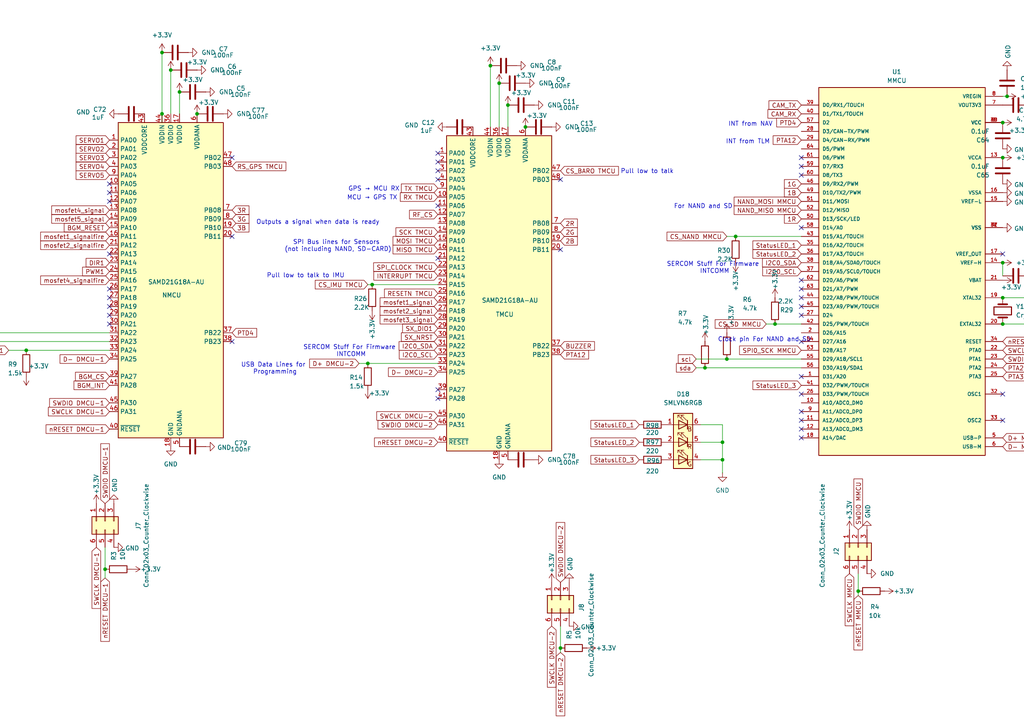
<source format=kicad_sch>
(kicad_sch (version 20250114) (generator "eeschema") (generator_version "9.0")
  (paper "A4")
  (text "SERCOM Stuff For Firmware \nINTCOMM" (at 207.264 77.724 0) (effects (font (size 1.27 1.27))))
  (text "For NAND and SD" (at 203.962 59.944 0) (effects (font (size 1.27 1.27))))
  (text "Pull low to talk to IMU" (at 88.646 80.01 0) (effects (font (size 1.27 1.27))))
  (text "INT from TLM" (at 216.916 41.148 0) (effects (font (size 1.27 1.27))))
  (text "Pull low to talk" (at 187.706 49.784 0) (effects (font (size 1.27 1.27))))
  (text "GPS → MCU RX" (at 108.458 54.864 0) (effects (font (size 1.27 1.27))))
  (text "Clock pin For NAND and SD" (at 221.742 98.552 0) (effects (font (size 1.27 1.27))))
  (text "SERCOM Stuff For Firmware \nINTCOMM" (at 101.854 101.854 0) (effects (font (size 1.27 1.27))))
  (text "MCU → GPS TX" (at 107.95 57.404 0) (effects (font (size 1.27 1.27))))
  (text "Outputs a signal when data is ready" (at 92.202 64.516 0) (effects (font (size 1.27 1.27))))
  (text "MOSI" (at -34.544 97.028 0) (effects (font (size 1.27 1.27))))
  (text "INT from NAV" (at 217.678 36.068 0) (effects (font (size 1.27 1.27))))
  (text "USB Data Lines for \nProgramming" (at 79.756 106.934 0) (effects (font (size 1.27 1.27))))
  (text "SPI Bus lines for Sensors \n(not including NAND, SD-CARD)" (at 98.044 71.374 0) (effects (font (size 1.27 1.27))))
  (text "MISO" (at -34.544 99.568 0) (effects (font (size 1.27 1.27))))
  (junction (at 383.54 118.11))
  (junction (at 162.56 187.96))
  (junction (at 106.68 105.41))
  (junction (at -15.24 96.52))
  (junction (at 7.62 101.6))
  (junction (at 209.55 128.27))
  (junction (at 46.99 15.24))
  (junction (at 224.79 93.98))
  (junction (at 57.15 33.02))
  (junction (at 292.1 27.94))
  (junction (at 290.83 45.72))
  (junction (at 49.53 20.32))
  (junction (at 210.82 104.14))
  (junction (at 290.83 35.56))
  (junction (at 204.47 106.68))
  (junction (at -15.24 99.06))
  (junction (at 144.78 24.13))
  (junction (at 107.95 82.55))
  (junction (at 30.48 165.1))
  (junction (at 147.32 30.48))
  (junction (at 52.07 26.67))
  (junction (at 290.83 76.2))
  (junction (at 290.83 86.36))
  (junction (at 209.55 133.35))
  (junction (at 248.92 171.45))
  (junction (at 290.83 93.98))
  (junction (at 152.4 36.83))
  (junction (at 213.36 68.58))
  (junction (at 142.24 19.05))
  (junction (at 46.99 33.02))
  (no_connect (at 232.41 91.44))
  (no_connect (at 127 59.69))
  (no_connect (at 351.79 69.85))
  (no_connect (at 31.75 55.88))
  (no_connect (at 31.75 86.36))
  (no_connect (at 67.31 45.72))
  (no_connect (at 232.41 45.72))
  (no_connect (at 351.79 67.31))
  (no_connect (at 31.75 93.98))
  (no_connect (at 232.41 114.3))
  (no_connect (at 232.41 127))
  (no_connect (at 232.41 109.22))
  (no_connect (at 127 113.03))
  (no_connect (at 232.41 83.82))
  (no_connect (at 232.41 48.26))
  (no_connect (at 232.41 121.92))
  (no_connect (at 162.56 72.39))
  (no_connect (at 232.41 81.28))
  (no_connect (at 31.75 91.44))
  (no_connect (at 31.75 88.9))
  (no_connect (at 232.41 119.38))
  (no_connect (at 127 115.57))
  (no_connect (at 31.75 58.42))
  (no_connect (at 290.83 114.3))
  (no_connect (at 127 52.07))
  (no_connect (at 127 46.99))
  (no_connect (at 232.41 124.46))
  (no_connect (at 351.79 72.39))
  (no_connect (at 417.83 72.39))
  (no_connect (at 162.56 52.07))
  (no_connect (at 232.41 88.9))
  (no_connect (at 232.41 50.8))
  (no_connect (at 290.83 121.92))
  (no_connect (at 417.83 74.93))
  (no_connect (at 127 74.93))
  (no_connect (at 31.75 53.34))
  (no_connect (at 351.79 77.47))
  (no_connect (at 127 49.53))
  (no_connect (at 351.79 64.77))
  (no_connect (at 127 44.45))
  (no_connect (at 67.31 68.58))
  (no_connect (at 67.31 99.06))
  (no_connect (at 31.75 83.82))
  (no_connect (at 232.41 99.06))
  (no_connect (at 31.75 73.66))
  (no_connect (at 232.41 66.04))
  (no_connect (at 232.41 86.36))
  (no_connect (at 290.83 73.66))
  (wire (pts (xy 201.93 104.14) (xy 210.82 104.14)))
  (wire (pts (xy 142.24 19.05) (xy 142.24 36.83)))
  (wire (pts (xy 147.32 30.48) (xy 147.32 36.83)))
  (wire (pts (xy 46.99 33.02) (xy 46.99 35.56)))
  (wire (pts (xy 248.92 166.37) (xy 248.92 171.45)))
  (wire (pts (xy 384.81 118.11) (xy 384.81 115.57)))
  (wire (pts (xy 292.1 27.94) (xy 290.83 27.94)))
  (wire (pts (xy 417.83 69.85) (xy 424.18 69.85)))
  (wire (pts (xy 106.68 105.41) (xy 127 105.41)))
  (wire (pts (xy 2.54 101.6) (xy 7.62 101.6)))
  (wire (pts (xy -15.24 96.52) (xy 31.75 96.52)))
  (wire (pts (xy 30.48 167.64) (xy 30.48 165.1)))
  (wire (pts (xy 209.55 128.27) (xy 209.55 123.19)))
  (wire (pts (xy -15.24 99.06) (xy 31.75 99.06)))
  (wire (pts (xy 297.18 93.98) (xy 290.83 93.98)))
  (wire (pts (xy -19.05 99.06) (xy -15.24 99.06)))
  (wire (pts (xy 106.68 82.55) (xy 107.95 82.55)))
  (wire (pts (xy 7.62 101.6) (xy 31.75 101.6)))
  (wire (pts (xy 290.83 76.2) (xy 290.83 80.01)))
  (wire (pts (xy 209.55 137.16) (xy 209.55 133.35)))
  (wire (pts (xy 49.53 20.32) (xy 49.53 33.02)))
  (wire (pts (xy 52.07 26.67) (xy 52.07 33.02)))
  (wire (pts (xy 144.78 24.13) (xy 144.78 36.83)))
  (wire (pts (xy -19.05 96.52) (xy -15.24 96.52)))
  (wire (pts (xy 204.47 106.68) (xy 232.41 106.68)))
  (wire (pts (xy 222.25 93.98) (xy 224.79 93.98)))
  (wire (pts (xy 203.2 128.27) (xy 209.55 128.27)))
  (wire (pts (xy 209.55 123.19) (xy 203.2 123.19)))
  (wire (pts (xy 382.27 115.57) (xy 382.27 118.11)))
  (wire (pts (xy 248.92 171.45) (xy 248.92 172.72)))
  (wire (pts (xy 209.55 133.35) (xy 209.55 128.27)))
  (wire (pts (xy 203.2 133.35) (xy 209.55 133.35)))
  (wire (pts (xy 213.36 68.58) (xy 232.41 68.58)))
  (wire (pts (xy 210.82 68.58) (xy 213.36 68.58)))
  (wire (pts (xy 30.48 158.75) (xy 30.48 165.1)))
  (wire (pts (xy 210.82 104.14) (xy 232.41 104.14)))
  (wire (pts (xy 224.79 93.98) (xy 232.41 93.98)))
  (wire (pts (xy 382.27 118.11) (xy 383.54 118.11)))
  (wire (pts (xy 201.93 106.68) (xy 204.47 106.68)))
  (wire (pts (xy 46.99 15.24) (xy 46.99 33.02)))
  (wire (pts (xy 297.18 86.36) (xy 290.83 86.36)))
  (wire (pts (xy 383.54 118.11) (xy 384.81 118.11)))
  (wire (pts (xy 162.56 181.61) (xy 162.56 187.96)))
  (wire (pts (xy 107.95 82.55) (xy 127 82.55)))
  (wire (pts (xy 104.14 105.41) (xy 106.68 105.41)))
  (wire (pts (xy 162.56 189.23) (xy 162.56 187.96)))
  (global_label "3G" (shape input) (at 67.31 63.5 0) (property "Intersheetrefs" "${INTERSHEET_REFS}" (effects (hide yes))))
  (global_label "NAND_MOSI MMCU" (shape input) (at 232.41 58.42 180) (property "Intersheetrefs" "${INTERSHEET_REFS}" (effects (hide yes))))
  (global_label "SWCLK DMCU-1" (shape input) (at 31.75 119.38 180) (property "Intersheetrefs" "${INTERSHEET_REFS}" (effects (hide yes))))
  (global_label "DIR1" (shape input) (at 31.75 76.2 180) (property "Intersheetrefs" "${INTERSHEET_REFS}" (effects (hide yes))))
  (global_label "SWCLK DMCU-2" (shape input) (at 127 120.65 180) (property "Intersheetrefs" "${INTERSHEET_REFS}" (effects (hide yes))))
  (global_label "nRESET MMCU" (shape input) (at 248.92 172.72 270) (property "Intersheetrefs" "${INTERSHEET_REFS}" (effects (hide yes))))
  (global_label "sda" (shape input) (at 201.93 106.68 180) (property "Intersheetrefs" "${INTERSHEET_REFS}" (effects (hide yes))))
  (global_label "mosfet2_signalfire" (shape input) (at 31.75 71.12 180) (property "Intersheetrefs" "${INTERSHEET_REFS}" (effects (hide yes))))
  (global_label "RESETN TMCU" (shape input) (at 127 85.09 180) (property "Intersheetrefs" "${INTERSHEET_REFS}" (effects (hide yes))))
  (global_label "SPI_CLOCK TMCU" (shape input) (at 127 77.47 180) (property "Intersheetrefs" "${INTERSHEET_REFS}" (effects (hide yes))))
  (global_label "SWCLK MMCU" (shape input) (at 290.83 101.6 0) (property "Intersheetrefs" "${INTERSHEET_REFS}" (effects (hide yes))))
  (global_label "mosfet2_signal" (shape input) (at 127 90.17 180) (property "Intersheetrefs" "${INTERSHEET_REFS}" (effects (hide yes))))
  (global_label "SWCLK DMCU-2" (shape input) (at 160.02 181.61 270) (property "Intersheetrefs" "${INTERSHEET_REFS}" (effects (hide yes))))
  (global_label "nRESET DMCU-2" (shape input) (at 162.56 189.23 270) (property "Intersheetrefs" "${INTERSHEET_REFS}" (effects (hide yes))))
  (global_label "StatusLED_2" (shape input) (at 185.42 128.27 180) (property "Intersheetrefs" "${INTERSHEET_REFS}" (effects (hide yes))))
  (global_label "StatusLED_1" (shape input) (at 185.42 123.19 180) (property "Intersheetrefs" "${INTERSHEET_REFS}" (effects (hide yes))))
  (global_label "PTD4" (shape input) (at 232.41 35.56 180) (property "Intersheetrefs" "${INTERSHEET_REFS}" (effects (hide yes))))
  (global_label "mosfet1_signal" (shape input) (at 127 87.63 180) (property "Intersheetrefs" "${INTERSHEET_REFS}" (effects (hide yes))))
  (global_label "BGM_INT" (shape input) (at 31.75 111.76 180) (property "Intersheetrefs" "${INTERSHEET_REFS}" (effects (hide yes))))
  (global_label "mosfet4_signal" (shape input) (at 31.75 60.96 180) (property "Intersheetrefs" "${INTERSHEET_REFS}" (effects (hide yes))))
  (global_label "D- DMCU-2" (shape input) (at 127 107.95 180) (property "Intersheetrefs" "${INTERSHEET_REFS}" (effects (hide yes))))
  (global_label "StatusLED_2" (shape input) (at 232.41 73.66 180) (property "Intersheetrefs" "${INTERSHEET_REFS}" (effects (hide yes))))
  (global_label "SWCLK MMCU" (shape input) (at 417.83 64.77 0) (property "Intersheetrefs" "${INTERSHEET_REFS}" (effects (hide yes))))
  (global_label "SERVO4" (shape input) (at 31.75 48.26 180) (property "Intersheetrefs" "${INTERSHEET_REFS}" (effects (hide yes))))
  (global_label "SWDIO DMCU-1" (shape input) (at 31.75 116.84 180) (property "Intersheetrefs" "${INTERSHEET_REFS}" (effects (hide yes))))
  (global_label "I2C0_SDA" (shape input) (at 127 100.33 180) (property "Intersheetrefs" "${INTERSHEET_REFS}" (effects (hide yes))))
  (global_label "BGM_RESET" (shape input) (at 31.75 66.04 180) (property "Intersheetrefs" "${INTERSHEET_REFS}" (effects (hide yes))))
  (global_label "PTA12" (shape input) (at 162.56 102.87 0) (property "Intersheetrefs" "${INTERSHEET_REFS}" (effects (hide yes))))
  (global_label "SWDIO DMCU-2" (shape input) (at 162.56 168.91 90) (property "Intersheetrefs" "${INTERSHEET_REFS}" (effects (hide yes))))
  (global_label "I2C0_SCL" (shape input) (at 127 102.87 180) (property "Intersheetrefs" "${INTERSHEET_REFS}" (effects (hide yes))))
  (global_label "SWCLK MMCU" (shape input) (at 246.38 166.37 270) (property "Intersheetrefs" "${INTERSHEET_REFS}" (effects (hide yes))))
  (global_label "nRESET DMCU-1" (shape input) (at 31.75 124.46 180) (property "Intersheetrefs" "${INTERSHEET_REFS}" (effects (hide yes))))
  (global_label "D- MMCU" (shape input) (at 290.83 129.54 0) (property "Intersheetrefs" "${INTERSHEET_REFS}" (effects (hide yes))))
  (global_label "CAM_RX" (shape input) (at 232.41 33.02 180) (property "Intersheetrefs" "${INTERSHEET_REFS}" (effects (hide yes))))
  (global_label "RS_GPS TMCU" (shape input) (at 67.31 48.26 0) (property "Intersheetrefs" "${INTERSHEET_REFS}" (effects (hide yes))))
  (global_label "D+ DMCU-1" (shape input) (at 2.54 101.6 180) (property "Intersheetrefs" "${INTERSHEET_REFS}" (effects (hide yes))))
  (global_label "2B" (shape input) (at 162.56 69.85 0) (property "Intersheetrefs" "${INTERSHEET_REFS}" (effects (hide yes))))
  (global_label "I2C0_SCL" (shape input) (at 232.41 78.74 180) (property "Intersheetrefs" "${INTERSHEET_REFS}" (effects (hide yes))))
  (global_label "mosfet1_signalfire" (shape input) (at 31.75 68.58 180) (property "Intersheetrefs" "${INTERSHEET_REFS}" (effects (hide yes))))
  (global_label "nRESET MMCU" (shape input) (at 417.83 77.47 0) (property "Intersheetrefs" "${INTERSHEET_REFS}" (effects (hide yes))))
  (global_label "PTA12" (shape input) (at 232.41 40.64 180) (property "Intersheetrefs" "${INTERSHEET_REFS}" (effects (hide yes))))
  (global_label "PTA3" (shape input) (at 290.83 109.22 0) (property "Intersheetrefs" "${INTERSHEET_REFS}" (effects (hide yes))))
  (global_label "1R" (shape input) (at 232.41 63.5 180) (property "Intersheetrefs" "${INTERSHEET_REFS}" (effects (hide yes))))
  (global_label "StatusLED_1" (shape input) (at 232.41 71.12 180) (property "Intersheetrefs" "${INTERSHEET_REFS}" (effects (hide yes))))
  (global_label "2R" (shape input) (at 162.56 64.77 0) (property "Intersheetrefs" "${INTERSHEET_REFS}" (effects (hide yes))))
  (global_label "SPI0_SCK MMCU" (shape input) (at 232.41 101.6 180) (property "Intersheetrefs" "${INTERSHEET_REFS}" (effects (hide yes))))
  (global_label "CS_NAND MMCU" (shape input) (at 210.82 68.58 180) (property "Intersheetrefs" "${INTERSHEET_REFS}" (effects (hide yes))))
  (global_label "RX TMCU" (shape input) (at 127 57.15 180) (property "Intersheetrefs" "${INTERSHEET_REFS}" (effects (hide yes))))
  (global_label "1B" (shape input) (at 232.41 55.88 180) (property "Intersheetrefs" "${INTERSHEET_REFS}" (effects (hide yes))))
  (global_label "CS_SD MMCU" (shape input) (at 222.25 93.98 180) (property "Intersheetrefs" "${INTERSHEET_REFS}" (effects (hide yes))))
  (global_label "StatusLED_3" (shape input) (at 232.41 111.76 180) (property "Intersheetrefs" "${INTERSHEET_REFS}" (effects (hide yes))))
  (global_label "mosfet3_signal" (shape input) (at 127 92.71 180) (property "Intersheetrefs" "${INTERSHEET_REFS}" (effects (hide yes))))
  (global_label "scl" (shape input) (at 201.93 104.14 180) (property "Intersheetrefs" "${INTERSHEET_REFS}" (effects (hide yes))))
  (global_label "mosfet4_signalfire" (shape input) (at 31.75 81.28 180) (property "Intersheetrefs" "${INTERSHEET_REFS}" (effects (hide yes))))
  (global_label "D+ DMCU-2" (shape input) (at 104.14 105.41 180) (property "Intersheetrefs" "${INTERSHEET_REFS}" (effects (hide yes))))
  (global_label "I2C0_SDA" (shape input) (at -19.05 96.52 180) (property "Intersheetrefs" "${INTERSHEET_REFS}" (effects (hide yes))))
  (global_label "SWDIO MMCU" (shape input) (at 290.83 104.14 0) (property "Intersheetrefs" "${INTERSHEET_REFS}" (effects (hide yes))))
  (global_label "1G" (shape input) (at 232.41 53.34 180) (property "Intersheetrefs" "${INTERSHEET_REFS}" (effects (hide yes))))
  (global_label "nRESET DMCU-1" (shape input) (at 30.48 167.64 270) (property "Intersheetrefs" "${INTERSHEET_REFS}" (effects (hide yes))))
  (global_label "SWDIO MMCU" (shape input) (at 351.79 80.01 180) (property "Intersheetrefs" "${INTERSHEET_REFS}" (effects (hide yes))))
  (global_label "nRESET DMCU-2" (shape input) (at 127 128.27 180) (property "Intersheetrefs" "${INTERSHEET_REFS}" (effects (hide yes))))
  (global_label "SERVO5" (shape input) (at 31.75 50.8 180) (property "Intersheetrefs" "${INTERSHEET_REFS}" (effects (hide yes))))
  (global_label "SX_NRST" (shape input) (at 127 97.79 180) (property "Intersheetrefs" "${INTERSHEET_REFS}" (effects (hide yes))))
  (global_label "SX_DIO1" (shape input) (at 127 95.25 180) (property "Intersheetrefs" "${INTERSHEET_REFS}" (effects (hide yes))))
  (global_label "RF_CS" (shape input) (at 127 62.23 180) (property "Intersheetrefs" "${INTERSHEET_REFS}" (effects (hide yes))))
  (global_label "SERVO3" (shape input) (at 31.75 45.72 180) (property "Intersheetrefs" "${INTERSHEET_REFS}" (effects (hide yes))))
  (global_label "PTA3" (shape input) (at 351.79 82.55 180) (property "Intersheetrefs" "${INTERSHEET_REFS}" (effects (hide yes))))
  (global_label "INTERRUPT TMCU" (shape input) (at 127 80.01 180) (property "Intersheetrefs" "${INTERSHEET_REFS}" (effects (hide yes))))
  (global_label "CS_BARO TMCU" (shape input) (at 162.56 49.53 0) (property "Intersheetrefs" "${INTERSHEET_REFS}" (effects (hide yes))))
  (global_label "SERVO2" (shape input) (at 31.75 43.18 180) (property "Intersheetrefs" "${INTERSHEET_REFS}" (effects (hide yes))))
  (global_label "StatusLED_3" (shape input) (at 185.42 133.35 180) (property "Intersheetrefs" "${INTERSHEET_REFS}" (effects (hide yes))))
  (global_label "SWDIO DMCU-1" (shape input) (at 30.48 146.05 90) (property "Intersheetrefs" "${INTERSHEET_REFS}" (effects (hide yes))))
  (global_label "SWCLK DMCU-1" (shape input) (at 27.94 158.75 270) (property "Intersheetrefs" "${INTERSHEET_REFS}" (effects (hide yes))))
  (global_label "PTA2" (shape input) (at 417.83 67.31 0) (property "Intersheetrefs" "${INTERSHEET_REFS}" (effects (hide yes))))
  (global_label "MOSI TMCU" (shape input) (at 127 69.85 180) (property "Intersheetrefs" "${INTERSHEET_REFS}" (effects (hide yes))))
  (global_label "CAM_TX" (shape input) (at 232.41 30.48 180) (property "Intersheetrefs" "${INTERSHEET_REFS}" (effects (hide yes))))
  (global_label "2G" (shape input) (at 162.56 67.31 0) (property "Intersheetrefs" "${INTERSHEET_REFS}" (effects (hide yes))))
  (global_label "SCK TMCU" (shape input) (at 127 67.31 180) (property "Intersheetrefs" "${INTERSHEET_REFS}" (effects (hide yes))))
  (global_label "TX TMCU" (shape input) (at 127 54.61 180) (property "Intersheetrefs" "${INTERSHEET_REFS}" (effects (hide yes))))
  (global_label "PTA2" (shape input) (at 290.83 106.68 0) (property "Intersheetrefs" "${INTERSHEET_REFS}" (effects (hide yes))))
  (global_label "MISO TMCU" (shape input) (at 127 72.39 180) (property "Intersheetrefs" "${INTERSHEET_REFS}" (effects (hide yes))))
  (global_label "BGM_CS" (shape input) (at 31.75 109.22 180) (property "Intersheetrefs" "${INTERSHEET_REFS}" (effects (hide yes))))
  (global_label "PWM1" (shape input) (at 31.75 78.74 180) (property "Intersheetrefs" "${INTERSHEET_REFS}" (effects (hide yes))))
  (global_label "BUZZER" (shape input) (at 162.56 100.33 0) (property "Intersheetrefs" "${INTERSHEET_REFS}" (effects (hide yes))))
  (global_label "SWDIO DMCU-2" (shape input) (at 127 123.19 180) (property "Intersheetrefs" "${INTERSHEET_REFS}" (effects (hide yes))))
  (global_label "SWDIO MMCU" (shape input) (at 248.92 153.67 90) (property "Intersheetrefs" "${INTERSHEET_REFS}" (effects (hide yes))))
  (global_label "I2C0_SDA" (shape input) (at 232.41 76.2 180) (property "Intersheetrefs" "${INTERSHEET_REFS}" (effects (hide yes))))
  (global_label "D- DMCU-1" (shape input) (at 31.75 104.14 180) (property "Intersheetrefs" "${INTERSHEET_REFS}" (effects (hide yes))))
  (global_label "3R" (shape input) (at 67.31 60.96 0) (property "Intersheetrefs" "${INTERSHEET_REFS}" (effects (hide yes))))
  (global_label "CS_IMU TMCU" (shape input) (at 106.68 82.55 180) (property "Intersheetrefs" "${INTERSHEET_REFS}" (effects (hide yes))))
  (global_label "I2C0_SCL" (shape input) (at -19.05 99.06 180) (property "Intersheetrefs" "${INTERSHEET_REFS}" (effects (hide yes))))
  (global_label "nRESET MMCU" (shape input) (at 351.79 74.93 180) (property "Intersheetrefs" "${INTERSHEET_REFS}" (effects (hide yes))))
  (global_label "SERVO1" (shape input) (at 31.75 40.64 180) (property "Intersheetrefs" "${INTERSHEET_REFS}" (effects (hide yes))))
  (global_label "D+ MMCU" (shape input) (at 290.83 127 0) (property "Intersheetrefs" "${INTERSHEET_REFS}" (effects (hide yes))))
  (global_label "NAND_MISO MMCU" (shape input) (at 232.41 60.96 180) (property "Intersheetrefs" "${INTERSHEET_REFS}" (effects (hide yes))))
  (global_label "nRESET MMCU" (shape input) (at 290.83 99.06 0) (property "Intersheetrefs" "${INTERSHEET_REFS}" (effects (hide yes))))
  (global_label "PTD4" (shape input) (at 67.31 96.52 0) (property "Intersheetrefs" "${INTERSHEET_REFS}" (effects (hide yes))))
  (global_label "mosfet5_signal" (shape input) (at 31.75 63.5 180) (property "Intersheetrefs" "${INTERSHEET_REFS}" (effects (hide yes))))
  (global_label "3B" (shape input) (at 67.31 66.04 0) (property "Intersheetrefs" "${INTERSHEET_REFS}" (effects (hide yes))))
  (symbol (lib_id "Device:R") (at -15.24 92.71 180) (unit 1)
    (property "Reference" "R13" (at -9.906 92.456 0) (effects (justify left)))
    (property "Value" "2.2k" (at -9.906 89.916 0) (effects (justify left)))
    (property "Footprint" "Resistor_SMD:R_0603_1608Metric" (effects (hide yes)))
    (property "Description" "Resistor" (effects (hide yes)))
  )
  (symbol (lib_id "power:+3.3V") (at 290.83 76.2 270) (unit 1)
    (property "Reference" "#PWR0192" (effects (hide yes)))
    (property "Value" "+3.3V" (at 294.64 76.1999 90) (effects (justify left)))
    (property "Description" "Power symbol creates a global label with name \"+3.3V\"" (effects (hide yes)))
  )
  (symbol (lib_id "power:GND") (at 59.69 26.67 90) (unit 1)
    (property "Reference" "#PWR053" (effects (hide yes)))
    (property "Value" "GND" (at 63.5 26.6701 90) (effects (justify right)))
    (property "Description" "Power symbol creates a global label with name \"GND\" , ground" (effects (hide yes)))
  )
  (symbol (lib_id "power:+3.3V") (at 57.15 33.02 0) (unit 1)
    (property "Reference" "#PWR052" (effects (hide yes)))
    (property "Value" "+3.3V" (at 60.452 29.718 0))
    (property "Description" "Power symbol creates a global label with name \"+3.3V\"" (effects (hide yes)))
  )
  (symbol (lib_id "power:+3.3V") (at 213.36 76.2 180) (unit 1)
    (property "Reference" "#PWR099" (effects (hide yes)))
    (property "Value" "+3.3V" (at 213.36 81.534 90))
    (property "Description" "Power symbol creates a global label with name \"+3.3V\"" (effects (hide yes)))
  )
  (symbol (lib_id "power:GND") (at 290.83 43.18 90) (unit 1)
    (property "Reference" "#PWR0183" (effects (hide yes)))
    (property "Value" "GND" (at 294.132 43.434 90) (effects (justify right)))
    (property "Description" "Power symbol creates a global label with name \"GND\" , ground" (effects (hide yes)))
  )
  (symbol (lib_id "Device:R") (at 34.29 165.1 90) (unit 1)
    (property "Reference" "R3" (at 33.0199 162.56 0) (effects (justify left)))
    (property "Value" "10k" (at 35.5599 162.56 0) (effects (justify left)))
    (property "Footprint" "Resistor_SMD:R_0603_1608Metric" (effects (hide yes)))
    (property "Description" "Resistor" (effects (hide yes)))
  )
  (symbol (lib_id "power:+3.3V") (at 290.83 45.72 270) (unit 1)
    (property "Reference" "#PWR0185" (effects (hide yes)))
    (property "Value" "+3.3V" (at 294.64 45.7199 90) (effects (justify left)))
    (property "Description" "Power symbol creates a global label with name \"+3.3V\"" (effects (hide yes)))
  )
  (symbol (lib_id "Device:R") (at 189.23 128.27 90) (unit 1)
    (property "Reference" "R97" (at 189.23 128.27 90))
    (property "Value" "220" (at 189.23 130.81 90))
    (property "Footprint" "Resistor_SMD:R_0603_1608Metric" (effects (hide yes)))
    (property "Description" "Resistor" (effects (hide yes)))
  )
  (symbol (lib_id "power:+3.3V") (at 46.99 15.24 0) (unit 1)
    (property "Reference" "#PWR057" (effects (hide yes)))
    (property "Value" "+3.3V" (at 46.99 10.16 0))
    (property "Description" "Power symbol creates a global label with name \"+3.3V\"" (effects (hide yes)))
  )
  (symbol (lib_id "power:+3.3V") (at 152.4 36.83 0) (unit 1)
    (property "Reference" "#PWR087" (effects (hide yes)))
    (property "Value" "+3.3V" (at 155.702 33.528 0))
    (property "Description" "Power symbol creates a global label with name \"+3.3V\"" (effects (hide yes)))
  )
  (symbol (lib_id "power:GND") (at 251.46 166.37 90) (unit 1)
    (property "Reference" "#PWR016" (effects (hide yes)))
    (property "Value" "GND" (at 255.27 166.3699 90) (effects (justify right)))
    (property "Description" "Power symbol creates a global label with name \"GND\" , ground" (effects (hide yes)))
  )
  (symbol (lib_id "power:+3.3V") (at 27.94 146.05 0) (mirror y) (unit 1)
    (property "Reference" "#PWR0210" (effects (hide yes)))
    (property "Value" "+3.3V" (at 27.94 140.462 90))
    (property "Description" "Power symbol creates a global label with name \"+3.3V\"" (effects (hide yes)))
  )
  (symbol (lib_id "Device:C") (at 151.13 30.48 270) (unit 1)
    (property "Reference" "C11" (at 165.1 29.464 90))
    (property "Value" "100nF" (at 165.1 31.242 90))
    (property "Footprint" "Capacitor_SMD:C_0603_1608Metric" (effects (hide yes)))
    (property "Description" "Unpolarized capacitor" (effects (hide yes)))
  )
  (symbol (lib_id "Connector_Generic:Conn_02x03_Counter_Clockwise") (at 162.56 173.99 90) (mirror x) (unit 1)
    (property "Reference" "J8" (at 168.656 175.006 0) (effects (justify left)))
    (property "Value" "Conn_02x03_Counter_Clockwise" (at 171.45 166.116 0) (effects (justify left)))
    (property "Footprint" "Connector_PinHeader_2.54mm:PinHeader_2x03_P2.54mm_Vertical" (effects (hide yes)))
    (property "Description" "Generic connector, double row, 02x03, counter clockwise pin numbering scheme (similar to DIP package numbering), script generated (kicad-library-utils/schlib/autogen/connector/)" (effects (hide yes)))
  )
  (symbol (lib_id "power:+3.3V") (at 160.02 168.91 0) (mirror y) (unit 1)
    (property "Reference" "#PWR0211" (effects (hide yes)))
    (property "Value" "+3.3V" (at 160.02 163.322 90))
    (property "Description" "Power symbol creates a global label with name \"+3.3V\"" (effects (hide yes)))
  )
  (symbol (lib_id "power:+3.3V") (at 107.95 90.17 180) (unit 1)
    (property "Reference" "#PWR095" (effects (hide yes)))
    (property "Value" "+3.3V" (at 107.95 95.504 90))
    (property "Description" "Power symbol creates a global label with name \"+3.3V\"" (effects (hide yes)))
  )
  (symbol (lib_id "Device:R") (at 166.37 187.96 90) (unit 1)
    (property "Reference" "R5" (at 165.0999 185.42 0) (effects (justify left)))
    (property "Value" "10k" (at 167.6399 185.42 0) (effects (justify left)))
    (property "Footprint" "Resistor_SMD:R_0603_1608Metric" (effects (hide yes)))
    (property "Description" "Resistor" (effects (hide yes)))
  )
  (symbol (lib_id "Device:C") (at 290.83 49.53 0) (unit 1)
    (property "Reference" "C65" (at 287.02 50.8001 0) (effects (justify right)))
    (property "Value" "0.1uF" (at 287.02 48.2601 0) (effects (justify right)))
    (property "Footprint" "Capacitor_SMD:C_0603_1608Metric" (effects (hide yes)))
    (property "Description" "Unpolarized capacitor" (effects (hide yes)))
  )
  (symbol (lib_id "power:GND") (at 209.55 137.16 0) (unit 1)
    (property "Reference" "#PWR0131" (effects (hide yes)))
    (property "Value" "GND" (at 209.55 142.24 0))
    (property "Description" "Power symbol creates a global label with name \"GND\" , ground" (effects (hide yes)))
  )
  (symbol (lib_id "power:GND") (at 165.1 181.61 90) (unit 1)
    (property "Reference" "#PWR024" (effects (hide yes)))
    (property "Value" "GND" (at 168.402 181.864 90) (effects (justify right)))
    (property "Description" "Power symbol creates a global label with name \"GND\" , ground" (effects (hide yes)))
  )
  (symbol (lib_id "power:GND") (at 129.54 36.83 270) (unit 1)
    (property "Reference" "#PWR086" (effects (hide yes)))
    (property "Value" "GND" (at 121.412 36.322 90) (effects (justify right)))
    (property "Description" "Power symbol creates a global label with name \"GND\" , ground" (effects (hide yes)))
  )
  (symbol (lib_id "MK20DX256VLH7:MK20DX256VLH7") (at 260.35 81.28 0) (unit 1)
    (property "Reference" "U1" (at 260.096 20.828 0))
    (property "Value" "MMCU" (at 260.096 23.368 0))
    (property "Footprint" "MK20DX256VLH7:QFP50P1200X1200X160-64N" (effects (hide yes)))
    (property "MF" "NXP USA" (effects (hide yes)))
    (property "Description_1" "ARM® Cortex®-M4 Kinetis K20 Microcontroller IC 32-Bit Single-Core 72MHz 256KB (256K x 8) FLASH 64-LQFP (10x10)" (effects (hide yes)))
    (property "Package" "LQFP-64 Freescale Semiconductor" (effects (hide yes)))
    (property "Price" "None" (effects (hide yes)))
    (property "SnapEDA_Link" "https://www.snapeda.com/parts/MK20DX256VLH7/NXP+Semiconductors/view-part/?ref=snap" (effects (hide yes)))
    (property "MP" "MK20DX256VLH7" (effects (hide yes)))
    (property "Availability" "In Stock" (effects (hide yes)))
    (property "Check_prices" "https://www.snapeda.com/parts/MK20DX256VLH7/NXP+Semiconductors/view-part/?ref=eda" (effects (hide yes)))
    (property "Sim.Library" ".\\" (effects (hide yes)))
  )
  (symbol (lib_id "power:+3.3V") (at 106.68 113.03 180) (unit 1)
    (property "Reference" "#PWR051" (effects (hide yes)))
    (property "Value" "+3.3V" (at 109.982 114.046 0))
    (property "Description" "Power symbol creates a global label with name \"+3.3V\"" (effects (hide yes)))
  )
  (symbol (lib_id "Device:C") (at 133.35 36.83 90) (unit 1)
    (property "Reference" "C12" (at 124.206 35.56 90))
    (property "Value" "1uF" (at 123.698 37.846 90))
    (property "Footprint" "Capacitor_SMD:C_0603_1608Metric" (effects (hide yes)))
    (property "Description" "Unpolarized capacitor" (effects (hide yes)))
  )
  (symbol (lib_id "power:GND") (at 251.46 153.67 180) (unit 1)
    (property "Reference" "#PWR010" (effects (hide yes)))
    (property "Value" "GND" (at 251.714 150.368 90) (effects (justify right)))
    (property "Description" "Power symbol creates a global label with name \"GND\" , ground" (effects (hide yes)))
  )
  (symbol (lib_id "Device:Crystal") (at 290.83 90.17 90) (unit 1)
    (property "Reference" "Y1" (at 294.64 88.8999 90) (effects (justify right)))
    (property "Value" "Crystal" (at 294.64 91.4399 90) (effects (justify right)))
    (property "Footprint" "Crystal:Crystal_AT310_D3.0mm_L10.0mm_Vertical" (effects (hide yes)))
    (property "Description" "Two pin crystal" (effects (hide yes)))
  )
  (symbol (lib_id "Device:C") (at 55.88 129.54 270) (unit 1)
    (property "Reference" "C79" (at 69.85 128.524 90))
    (property "Value" "100nF" (at 69.85 130.302 90))
    (property "Footprint" "Capacitor_SMD:C_0603_1608Metric" (effects (hide yes)))
    (property "Description" "Unpolarized capacitor" (effects (hide yes)))
  )
  (symbol (lib_id "Device:C") (at 148.59 24.13 270) (unit 1)
    (property "Reference" "C9" (at 162.56 23.114 90))
    (property "Value" "100nF" (at 162.56 24.892 90))
    (property "Footprint" "Capacitor_SMD:C_0603_1608Metric" (effects (hide yes)))
    (property "Description" "Unpolarized capacitor" (effects (hide yes)))
  )
  (symbol (lib_id "power:GND") (at 304.8 93.98 90) (unit 1)
    (property "Reference" "#PWR055" (effects (hide yes)))
    (property "Value" "GND" (at 308.102 94.234 90) (effects (justify right)))
    (property "Description" "Power symbol creates a global label with name \"GND\" , ground" (effects (hide yes)))
  )
  (symbol (lib_id "power:GND") (at 304.8 86.36 90) (unit 1)
    (property "Reference" "#PWR045" (effects (hide yes)))
    (property "Value" "GND" (at 308.102 86.614 90) (effects (justify right)))
    (property "Description" "Power symbol creates a global label with name \"GND\" , ground" (effects (hide yes)))
  )
  (symbol (lib_id "Device:C") (at 55.88 26.67 270) (unit 1)
    (property "Reference" "C5" (at 69.85 25.654 90))
    (property "Value" "100nF" (at 69.85 27.432 90))
    (property "Footprint" "Capacitor_SMD:C_0603_1608Metric" (effects (hide yes)))
    (property "Description" "Unpolarized capacitor" (effects (hide yes)))
  )
  (symbol (lib_id "power:+3.3V") (at 290.83 35.56 270) (unit 1)
    (property "Reference" "#PWR0184" (effects (hide yes)))
    (property "Value" "+3.3V" (at 292.608 37.846 90) (effects (justify left)))
    (property "Description" "Power symbol creates a global label with name \"+3.3V\"" (effects (hide yes)))
  )
  (symbol (lib_id "power:GND") (at 290.83 55.88 90) (unit 1)
    (property "Reference" "#PWR0188" (effects (hide yes)))
    (property "Value" "GND" (at 294.132 56.134 90) (effects (justify right)))
    (property "Description" "Power symbol creates a global label with name \"GND\" , ground" (effects (hide yes)))
  )
  (symbol (lib_id "Connector_Generic:Conn_02x03_Counter_Clockwise") (at 30.48 151.13 90) (mirror x) (unit 1)
    (property "Reference" "J7" (at 40.132 151.384 0) (effects (justify left)))
    (property "Value" "Conn_02x03_Counter_Clockwise" (at 42.418 140.208 0) (effects (justify left)))
    (property "Footprint" "Connector_PinHeader_2.54mm:PinHeader_2x03_P2.54mm_Vertical" (effects (hide yes)))
    (property "Description" "Generic connector, double row, 02x03, counter clockwise pin numbering scheme (similar to DIP package numbering), script generated (kicad-library-utils/schlib/autogen/connector/)" (effects (hide yes)))
  )
  (symbol (lib_id "power:GND") (at 160.02 36.83 90) (unit 1)
    (property "Reference" "#PWR094" (effects (hide yes)))
    (property "Value" "GND" (at 163.83 36.8301 90) (effects (justify right)))
    (property "Description" "Power symbol creates a global label with name \"GND\" , ground" (effects (hide yes)))
  )
  (symbol (lib_id "power:GND") (at 57.15 20.32 90) (unit 1)
    (property "Reference" "#PWR056" (effects (hide yes)))
    (property "Value" "GND" (at 60.96 20.3201 90) (effects (justify right)))
    (property "Description" "Power symbol creates a global label with name \"GND\" , ground" (effects (hide yes)))
  )
  (symbol (lib_id "Connector_Generic:Conn_02x03_Counter_Clockwise") (at 248.92 158.75 90) (mirror x) (unit 1)
    (property "Reference" "J2" (at 242.57 158.7499 0) (effects (justify left)))
    (property "Value" "Conn_02x03_Counter_Clockwise" (at 238.506 140.208 0) (effects (justify left)))
    (property "Footprint" "Connector_PinHeader_2.54mm:PinHeader_2x03_P2.54mm_Vertical" (effects (hide yes)))
    (property "Description" "Generic connector, double row, 02x03, counter clockwise pin numbering scheme (similar to DIP package numbering), script generated (kicad-library-utils/schlib/autogen/connector/)" (effects (hide yes)))
  )
  (symbol (lib_id "power:GND") (at 429.26 73.66 0) (unit 1)
    (property "Reference" "#PWR032" (effects (hide yes)))
    (property "Value" "GND" (at 425.958 75.184 0))
    (property "Description" "Power symbol creates a global label with name \"GND\" , ground" (effects (hide yes)))
  )
  (symbol (lib_id "power:GND") (at 33.02 158.75 90) (unit 1)
    (property "Reference" "#PWR025" (effects (hide yes)))
    (property "Value" "GND" (at 36.322 159.004 90) (effects (justify right)))
    (property "Description" "Power symbol creates a global label with name \"GND\" , ground" (effects (hide yes)))
  )
  (symbol (lib_id "power:+3.3V") (at 246.38 153.67 0) (mirror y) (unit 1)
    (property "Reference" "#PWR0209" (effects (hide yes)))
    (property "Value" "+3.3V" (at 246.38 148.082 90))
    (property "Description" "Power symbol creates a global label with name \"+3.3V\"" (effects (hide yes)))
  )
  (symbol (lib_id "MCU_Microchip_SAMD:ATSAMD21G18A-A") (at 144.78 85.09 0) (unit 1)
    (property "Reference" "SAMD21G18A-AU" (at 139.7 87.122 0) (effects (justify left)))
    (property "Value" "TMCU" (at 143.764 91.186 0) (effects (justify left)))
    (property "Footprint" "Package_QFP:TQFP-48_7x7mm_P0.5mm" (effects (hide yes)))
    (property "Datasheet" "http://ww1.microchip.com/downloads/en/DeviceDoc/SAM_D21_DA1_Family_Data%20Sheet_DS40001882E.pdf" (effects (hide yes)))
    (property "Description" "SAM D21 Microchip SMART ARM-based Flash MCU, 48Mhz, 256K Flash, 32K SRAM, TQFP-48" (effects (hide yes)))
  )
  (symbol (lib_id "power:GND") (at 149.86 19.05 90) (unit 1)
    (property "Reference" "#PWR059" (effects (hide yes)))
    (property "Value" "GND" (at 153.67 19.0501 90) (effects (justify right)))
    (property "Description" "Power symbol creates a global label with name \"GND\" , ground" (effects (hide yes)))
  )
  (symbol (lib_id "power:+3.3V") (at 290.83 81.28 270) (unit 1)
    (property "Reference" "#PWR0193" (effects (hide yes)))
    (property "Value" "+3.3V" (at 290.322 83.312 90) (effects (justify left)))
    (property "Description" "Power symbol creates a global label with name \"+3.3V\"" (effects (hide yes)))
  )
  (symbol (lib_id "power:+3.3V") (at -15.24 106.68 180) (unit 1)
    (property "Reference" "#PWR049" (effects (hide yes)))
    (property "Value" "+3.3V" (at -15.24 112.014 90))
    (property "Description" "Power symbol creates a global label with name \"+3.3V\"" (effects (hide yes)))
  )
  (symbol (lib_id "power:GND") (at 290.83 53.34 90) (unit 1)
    (property "Reference" "#PWR0186" (effects (hide yes)))
    (property "Value" "GND" (at 294.132 53.594 90) (effects (justify right)))
    (property "Description" "Power symbol creates a global label with name \"GND\" , ground" (effects (hide yes)))
  )
  (symbol (lib_id "Device:R") (at -15.24 102.87 0) (unit 1)
    (property "Reference" "R10" (at -20.574 103.124 0) (effects (justify left)))
    (property "Value" "2.2k" (at -20.574 105.664 0) (effects (justify left)))
    (property "Footprint" "Resistor_SMD:R_0603_1608Metric" (effects (hide yes)))
    (property "Description" "Resistor" (effects (hide yes)))
  )
  (symbol (lib_id "Device:R") (at 107.95 86.36 0) (unit 1)
    (property "Reference" "R26" (at 102.616 86.614 0) (effects (justify left)))
    (property "Value" "2.2K" (at 102.616 89.154 0) (effects (justify left)))
    (property "Footprint" "Resistor_SMD:R_0603_1608Metric" (effects (hide yes)))
    (property "Description" "Resistor" (effects (hide yes)))
  )
  (symbol (lib_id "power:GND") (at 34.29 33.02 270) (unit 1)
    (property "Reference" "#PWR0199" (effects (hide yes)))
    (property "Value" "GND" (at 26.162 32.512 90) (effects (justify right)))
    (property "Description" "Power symbol creates a global label with name \"GND\" , ground" (effects (hide yes)))
  )
  (symbol (lib_id "Device:C") (at 38.1 33.02 90) (unit 1)
    (property "Reference" "C72" (at 28.956 31.75 90))
    (property "Value" "1uF" (at 28.448 34.036 90))
    (property "Footprint" "Capacitor_SMD:C_0603_1608Metric" (effects (hide yes)))
    (property "Description" "Unpolarized capacitor" (effects (hide yes)))
  )
  (symbol (lib_id "power:+3.3V") (at 224.79 86.36 0) (unit 1)
    (property "Reference" "#PWR098" (effects (hide yes)))
    (property "Value" "+3.3V" (at 224.79 81.026 90))
    (property "Description" "Power symbol creates a global label with name \"+3.3V\"" (effects (hide yes)))
  )
  (symbol (lib_id "Device:R") (at 213.36 72.39 0) (unit 1)
    (property "Reference" "R30" (at 208.026 72.644 0) (effects (justify left)))
    (property "Value" "2.2K" (at 208.026 75.184 0) (effects (justify left)))
    (property "Footprint" "Resistor_SMD:R_0603_1608Metric" (effects (hide yes)))
    (property "Description" "Resistor" (effects (hide yes)))
  )
  (symbol (lib_id "Device:C") (at 292.1 24.13 180) (unit 1)
    (property "Reference" "C63" (at 295.91 22.8599 0) (effects (justify right)))
    (property "Value" "1uF" (at 295.91 25.3999 0) (effects (justify right)))
    (property "Footprint" "Capacitor_SMD:C_0603_1608Metric" (effects (hide yes)))
    (property "Description" "Unpolarized capacitor" (effects (hide yes)))
  )
  (symbol (lib_id "Device:C") (at 53.34 20.32 270) (unit 1)
    (property "Reference" "C6" (at 67.31 19.304 90))
    (property "Value" "100nF" (at 67.31 21.082 90))
    (property "Footprint" "Capacitor_SMD:C_0603_1608Metric" (effects (hide yes)))
    (property "Description" "Unpolarized capacitor" (effects (hide yes)))
  )
  (symbol (lib_id "MCU_Microchip_SAMD:ATSAMD21G18A-A") (at 49.53 81.28 0) (unit 1)
    (property "Reference" "SAMD21G18A-AU" (at 42.926 81.788 0) (effects (justify left)))
    (property "Value" "NMCU" (at 46.99 85.598 0) (effects (justify left)))
    (property "Footprint" "Package_QFP:TQFP-48_7x7mm_P0.5mm" (effects (hide yes)))
    (property "Datasheet" "http://ww1.microchip.com/downloads/en/DeviceDoc/SAM_D21_DA1_Family_Data%20Sheet_DS40001882E.pdf" (effects (hide yes)))
    (property "Description" "SAM D21 Microchip SMART ARM-based Flash MCU, 48Mhz, 256K Flash, 32K SRAM, TQFP-48" (effects (hide yes)))
  )
  (symbol (lib_id "power:GND") (at 152.4 24.13 90) (unit 1)
    (property "Reference" "#PWR075" (effects (hide yes)))
    (property "Value" "GND" (at 156.21 24.1301 90) (effects (justify right)))
    (property "Description" "Power symbol creates a global label with name \"GND\" , ground" (effects (hide yes)))
  )
  (symbol (lib_id "power:GND") (at 154.94 133.35 90) (unit 1)
    (property "Reference" "#PWR0219" (effects (hide yes)))
    (property "Value" "GND" (at 158.75 133.3501 90) (effects (justify right)))
    (property "Description" "Power symbol creates a global label with name \"GND\" , ground" (effects (hide yes)))
  )
  (symbol (lib_id "Device:R") (at 106.68 109.22 0) (unit 1)
    (property "Reference" "R14" (at 101.346 109.474 0) (effects (justify left)))
    (property "Value" "1.5k" (at 101.346 112.014 0) (effects (justify left)))
    (property "Footprint" "Resistor_SMD:R_0603_1608Metric" (effects (hide yes)))
    (property "Description" "Resistor" (effects (hide yes)))
  )
  (symbol (lib_id "Device:C") (at 300.99 86.36 90) (unit 1)
    (property "Reference" "C10" (at 309.372 88.646 90))
    (property "Value" "12pF" (at 309.372 91.186 90))
    (property "Footprint" "Capacitor_SMD:C_0603_1608Metric" (effects (hide yes)))
    (property "Description" "Unpolarized capacitor" (effects (hide yes)))
  )
  (symbol (lib_id "power:+3.3V") (at 384.81 44.45 0) (unit 1)
    (property "Reference" "#PWR030" (effects (hide yes)))
    (property "Value" "+3.3V" (at 384.81 39.37 0))
    (property "Description" "Power symbol creates a global label with name \"+3.3V\"" (effects (hide yes)))
  )
  (symbol (lib_id "Device:R") (at 252.73 171.45 90) (unit 1)
    (property "Reference" "R4" (at 253.746 176.022 90))
    (property "Value" "10k" (at 253.746 178.562 90))
    (property "Footprint" "Resistor_SMD:R_0603_1608Metric" (effects (hide yes)))
    (property "Description" "Resistor" (effects (hide yes)))
  )
  (symbol (lib_id "power:GND") (at 292.1 20.32 180) (unit 1)
    (property "Reference" "#PWR0173" (effects (hide yes)))
    (property "Value" "GND" (at 292.354 17.018 90) (effects (justify right)))
    (property "Description" "Power symbol creates a global label with name \"GND\" , ground" (effects (hide yes)))
  )
  (symbol (lib_id "power:+3.3V") (at 38.1 165.1 270) (mirror x) (unit 1)
    (property "Reference" "#PWR0214" (effects (hide yes)))
    (property "Value" "+3.3V" (at 43.688 165.1 90))
    (property "Description" "Power symbol creates a global label with name \"+3.3V\"" (effects (hide yes)))
  )
  (symbol (lib_id "power:GND") (at 383.54 118.11 0) (unit 1)
    (property "Reference" "#PWR029" (effects (hide yes)))
    (property "Value" "GND" (at 383.286 121.412 90) (effects (justify right)))
    (property "Description" "Power symbol creates a global label with name \"GND\" , ground" (effects (hide yes)))
  )
  (symbol (lib_id "power:+3.3V") (at 49.53 20.32 0) (unit 1)
    (property "Reference" "#PWR054" (effects (hide yes)))
    (property "Value" "+3.3V" (at 57.15 18.034 0))
    (property "Description" "Power symbol creates a global label with name \"+3.3V\"" (effects (hide yes)))
  )
  (symbol (lib_id "Device:C") (at 156.21 36.83 270) (unit 1)
    (property "Reference" "C13" (at 170.18 35.814 90))
    (property "Value" "100nF" (at 170.18 37.592 90))
    (property "Footprint" "Capacitor_SMD:C_0603_1608Metric" (effects (hide yes)))
    (property "Description" "Unpolarized capacitor" (effects (hide yes)))
  )
  (symbol (lib_id "power:+3.3V") (at 204.47 99.06 0) (unit 1)
    (property "Reference" "#PWR026" (effects (hide yes)))
    (property "Value" "+3.3V" (at 204.724 94.234 90))
    (property "Description" "Power symbol creates a global label with name \"+3.3V\"" (effects (hide yes)))
  )
  (symbol (lib_id "Device:C") (at 294.64 80.01 90) (unit 1)
    (property "Reference" "C66" (at 309.372 79.502 90) (effects (justify right)))
    (property "Value" "0.1uF" (at 308.61 81.026 90) (effects (justify right)))
    (property "Footprint" "Capacitor_SMD:C_0603_1608Metric" (effects (hide yes)))
    (property "Description" "Unpolarized capacitor" (effects (hide yes)))
  )
  (symbol (lib_id "Device:C") (at 294.64 30.48 90) (unit 1)
    (property "Reference" "C67" (at 297.434 32.004 90))
    (property "Value" "4.7uF" (at 297.434 34.544 90))
    (property "Footprint" "Capacitor_SMD:C_0603_1608Metric" (effects (hide yes)))
    (property "Description" "Unpolarized capacitor" (effects (hide yes)))
  )
  (symbol (lib_id "Device:C") (at 60.96 33.02 270) (unit 1)
    (property "Reference" "C77" (at 74.93 32.004 90))
    (property "Value" "100nF" (at 74.93 33.782 90))
    (property "Footprint" "Capacitor_SMD:C_0603_1608Metric" (effects (hide yes)))
    (property "Description" "Unpolarized capacitor" (effects (hide yes)))
  )
  (symbol (lib_id "MCU_NXP_Kinetis:MKL02Z32VFG4") (at 384.81 80.01 0) (unit 1)
    (property "Reference" "U2" (at 386.9533 44.45 0) (effects (justify left)))
    (property "Value" "MKL02Z32VFG4" (at 386.9533 46.99 0) (effects (justify left)))
    (property "Footprint" "Package_DFN_QFN:QFN-16-1EP_3x3mm_P0.5mm_EP1.9x1.9mm" (effects (hide yes)))
    (property "Datasheet" "http://www.nxp.com/docs/en/data-sheet/KL02P32M48SF0.pdf" (effects (hide yes)))
    (property "Description" "Kinetis KL02 series, 48-MHz/32-bit ARM Cortex-M0+, 32 kB flash, 4 kB SRAM, QFN-16" (effects (hide yes)))
  )
  (symbol (lib_id "power:GND") (at 434.34 69.85 90) (unit 1)
    (property "Reference" "#PWR031" (effects (hide yes)))
    (property "Value" "GND" (at 438.15 69.8499 90) (effects (justify right)))
    (property "Description" "Power symbol creates a global label with name \"GND\" , ground" (effects (hide yes)))
  )
  (symbol (lib_id "Device:R") (at 189.23 133.35 90) (unit 1)
    (property "Reference" "R96" (at 189.484 133.604 90))
    (property "Value" "220" (at 189.23 136.652 90))
    (property "Footprint" "Resistor_SMD:R_0603_1608Metric" (effects (hide yes)))
    (property "Description" "Resistor" (effects (hide yes)))
  )
  (symbol (lib_id "Device:C") (at 50.8 15.24 270) (unit 1)
    (property "Reference" "C7" (at 64.77 14.224 90))
    (property "Value" "100nF" (at 64.77 16.002 90))
    (property "Footprint" "Capacitor_SMD:C_0603_1608Metric" (effects (hide yes)))
    (property "Description" "Unpolarized capacitor" (effects (hide yes)))
  )
  (symbol (lib_id "power:+3.3V") (at 256.54 171.45 270) (mirror x) (unit 1)
    (property "Reference" "#PWR0213" (effects (hide yes)))
    (property "Value" "+3.3V" (at 262.128 171.45 90))
    (property "Description" "Power symbol creates a global label with name \"+3.3V\"" (effects (hide yes)))
  )
  (symbol (lib_id "Switch:CK_KMS2xxG") (at 429.26 69.85 0) (unit 1)
    (property "Reference" "SW1" (at 436.88 74.93 0))
    (property "Value" "CK_KMS2xxG" (at 436.88 72.39 0))
    (property "Footprint" "Button_Switch_SMD:SW_SPST_CK_KMS2xxGP" (effects (hide yes)))
    (property "Datasheet" "https://www.ckswitches.com/media/1482/kms.pdf" (effects (hide yes)))
    (property "Description" "Microminiature SMT Side Actuated, 4.2 x 2.8 x 1.42mm, without pegs, with shield pin" (effects (hide yes)))
  )
  (symbol (lib_id "Device:C") (at 151.13 133.35 270) (unit 1)
    (property "Reference" "C78" (at 165.1 132.334 90))
    (property "Value" "100nF" (at 165.1 134.112 90))
    (property "Footprint" "Capacitor_SMD:C_0603_1608Metric" (effects (hide yes)))
    (property "Description" "Unpolarized capacitor" (effects (hide yes)))
  )
  (symbol (lib_id "power:GND") (at 154.94 30.48 90) (unit 1)
    (property "Reference" "#PWR079" (effects (hide yes)))
    (property "Value" "GND" (at 158.75 30.4801 90) (effects (justify right)))
    (property "Description" "Power symbol creates a global label with name \"GND\" , ground" (effects (hide yes)))
  )
  (symbol (lib_id "power:+3.3V") (at -15.24 88.9 0) (unit 1)
    (property "Reference" "#PWR050" (effects (hide yes)))
    (property "Value" "+3.3V" (at -15.24 83.566 90))
    (property "Description" "Power symbol creates a global label with name \"+3.3V\"" (effects (hide yes)))
  )
  (symbol (lib_id "Device:C") (at 300.99 93.98 90) (unit 1)
    (property "Reference" "C17" (at 304.038 89.154 90))
    (property "Value" "12pF" (at 304.038 91.694 90))
    (property "Footprint" "Capacitor_SMD:C_0603_1608Metric" (effects (hide yes)))
    (property "Description" "Unpolarized capacitor" (effects (hide yes)))
  )
  (symbol (lib_id "power:GND") (at 290.83 66.04 90) (unit 1)
    (property "Reference" "#PWR0191" (effects (hide yes)))
    (property "Value" "GND" (at 294.132 66.294 90) (effects (justify right)))
    (property "Description" "Power symbol creates a global label with name \"GND\" , ground" (effects (hide yes)))
  )
  (symbol (lib_id "power:+3.3V") (at 210.82 96.52 0) (unit 1)
    (property "Reference" "#PWR027" (effects (hide yes)))
    (property "Value" "+3.3V" (at 212.09 91.44 90))
    (property "Description" "Power symbol creates a global label with name \"+3.3V\"" (effects (hide yes)))
  )
  (symbol (lib_id "power:+3.3V") (at 142.24 19.05 0) (unit 1)
    (property "Reference" "#PWR06" (effects (hide yes)))
    (property "Value" "+3.3V" (at 142.24 13.97 0))
    (property "Description" "Power symbol creates a global label with name \"+3.3V\"" (effects (hide yes)))
  )
  (symbol (lib_id "power:+3.3V") (at 292.1 27.94 270) (unit 1)
    (property "Reference" "#PWR0172" (effects (hide yes)))
    (property "Value" "+3.3V" (at 295.91 27.9399 90) (effects (justify left)))
    (property "Description" "Power symbol creates a global label with name \"+3.3V\"" (effects (hide yes)))
  )
  (symbol (lib_id "power:GND") (at 165.1 168.91 180) (unit 1)
    (property "Reference" "#PWR012" (effects (hide yes)))
    (property "Value" "GND" (at 165.354 165.608 90) (effects (justify right)))
    (property "Description" "Power symbol creates a global label with name \"GND\" , ground" (effects (hide yes)))
  )
  (symbol (lib_id "power:GND") (at 54.61 15.24 90) (unit 1)
    (property "Reference" "#PWR058" (effects (hide yes)))
    (property "Value" "GND" (at 58.42 15.2401 90) (effects (justify right)))
    (property "Description" "Power symbol creates a global label with name \"GND\" , ground" (effects (hide yes)))
  )
  (symbol (lib_id "power:GND") (at 298.45 80.01 90) (unit 1)
    (property "Reference" "#PWR0190" (effects (hide yes)))
    (property "Value" "GND" (at 301.752 80.264 90) (effects (justify right)))
    (property "Description" "Power symbol creates a global label with name \"GND\" , ground" (effects (hide yes)))
  )
  (symbol (lib_id "power:+3.3V") (at 147.32 30.48 0) (unit 1)
    (property "Reference" "#PWR078" (effects (hide yes)))
    (property "Value" "+3.3V" (at 151.13 26.924 0))
    (property "Description" "Power symbol creates a global label with name \"+3.3V\"" (effects (hide yes)))
  )
  (symbol (lib_id "Device:R") (at 224.79 90.17 180) (unit 1)
    (property "Reference" "R29" (at 230.124 89.916 0) (effects (justify left)))
    (property "Value" "2.2K" (at 230.124 87.376 0) (effects (justify left)))
    (property "Footprint" "Resistor_SMD:R_0603_1608Metric" (effects (hide yes)))
    (property "Description" "Resistor" (effects (hide yes)))
  )
  (symbol (lib_id "power:GND") (at 144.78 133.35 0) (unit 1)
    (property "Reference" "#PWR09" (effects (hide yes)))
    (property "Value" "GND" (at 144.78 138.43 0))
    (property "Description" "Power symbol creates a global label with name \"GND\" , ground" (effects (hide yes)))
  )
  (symbol (lib_id "power:+3.3V") (at 7.62 109.22 180) (unit 1)
    (property "Reference" "#PWR044" (effects (hide yes)))
    (property "Value" "+3.3V" (at 11.176 106.172 0))
    (property "Description" "Power symbol creates a global label with name \"+3.3V\"" (effects (hide yes)))
  )
  (symbol (lib_id "power:+3.3V") (at 144.78 24.13 0) (unit 1)
    (property "Reference" "#PWR070" (effects (hide yes)))
    (property "Value" "+3.3V" (at 152.4 21.844 0))
    (property "Description" "Power symbol creates a global label with name \"+3.3V\"" (effects (hide yes)))
  )
  (symbol (lib_id "LED:SMLVN6RGB") (at 198.12 128.27 0) (unit 1)
    (property "Reference" "D18" (at 198.12 114.3 0))
    (property "Value" "SMLVN6RGB" (at 198.12 116.84 0))
    (property "Footprint" "LED_SMD:LED_ROHM_SMLVN6" (effects (hide yes)))
    (property "Datasheet" "https://www.rohm.com/datasheet/SMLVN6RGB1U" (effects (hide yes)))
    (property "Description" "High Brightness Tri-Color LED, RGB, 3.5x2.8mm" (effects (hide yes)))
  )
  (symbol (lib_id "Device:R") (at 210.82 100.33 0) (unit 1)
    (property "Reference" "R6" (at 215.392 86.868 0) (effects (justify left)))
    (property "Value" "4.7k" (at 215.392 89.408 0) (effects (justify left)))
    (property "Footprint" "Resistor_SMD:R_0603_1608Metric" (effects (hide yes)))
    (property "Description" "Resistor" (effects (hide yes)))
  )
  (symbol (lib_id "power:+3.3V") (at 170.18 187.96 270) (mirror x) (unit 1)
    (property "Reference" "#PWR0212" (effects (hide yes)))
    (property "Value" "+3.3V" (at 175.768 187.96 90))
    (property "Description" "Power symbol creates a global label with name \"+3.3V\"" (effects (hide yes)))
  )
  (symbol (lib_id "power:GND") (at 290.83 58.42 90) (unit 1)
    (property "Reference" "#PWR0189" (effects (hide yes)))
    (property "Value" "GND" (at 294.132 58.674 90) (effects (justify right)))
    (property "Description" "Power symbol creates a global label with name \"GND\" , ground" (effects (hide yes)))
  )
  (symbol (lib_id "Device:C") (at 290.83 39.37 0) (unit 1)
    (property "Reference" "C64" (at 287.02 40.6401 0) (effects (justify right)))
    (property "Value" "0.1uF" (at 287.02 38.1001 0) (effects (justify right)))
    (property "Footprint" "Capacitor_SMD:C_0603_1608Metric" (effects (hide yes)))
    (property "Description" "Unpolarized capacitor" (effects (hide yes)))
  )
  (symbol (lib_id "Device:R") (at 189.23 123.19 90) (unit 1)
    (property "Reference" "R98" (at 189.23 123.444 90))
    (property "Value" "220" (at 189.23 125.476 90))
    (property "Footprint" "Resistor_SMD:R_0603_1608Metric" (effects (hide yes)))
    (property "Description" "Resistor" (effects (hide yes)))
  )
  (symbol (lib_id "power:GND") (at 49.53 129.54 0) (unit 1)
    (property "Reference" "#PWR08" (effects (hide yes)))
    (property "Value" "GND" (at 49.53 134.62 0))
    (property "Description" "Power symbol creates a global label with name \"GND\" , ground" (effects (hide yes)))
  )
  (symbol (lib_id "power:GND") (at 33.02 146.05 180) (unit 1)
    (property "Reference" "#PWR011" (effects (hide yes)))
    (property "Value" "GND" (at 33.274 142.748 90) (effects (justify right)))
    (property "Description" "Power symbol creates a global label with name \"GND\" , ground" (effects (hide yes)))
  )
  (symbol (lib_id "Device:C") (at 146.05 19.05 270) (unit 1)
    (property "Reference" "C8" (at 160.02 18.034 90))
    (property "Value" "100nF" (at 160.02 19.812 90))
    (property "Footprint" "Capacitor_SMD:C_0603_1608Metric" (effects (hide yes)))
    (property "Description" "Unpolarized capacitor" (effects (hide yes)))
  )
  (symbol (lib_id "Device:R") (at 204.47 102.87 0) (unit 1)
    (property "Reference" "R7" (at 196.596 90.932 0) (effects (justify left)))
    (property "Value" "4.7k" (at 196.596 93.472 0) (effects (justify left)))
    (property "Footprint" "Resistor_SMD:R_0603_1608Metric" (effects (hide yes)))
    (property "Description" "Resistor" (effects (hide yes)))
  )
  (symbol (lib_id "power:+3.3V") (at 52.07 26.67 0) (unit 1)
    (property "Reference" "#PWR013" (effects (hide yes)))
    (property "Value" "+3.3V" (at 55.88 23.114 0))
    (property "Description" "Power symbol creates a global label with name \"+3.3V\"" (effects (hide yes)))
  )
  (symbol (lib_id "Device:R") (at 7.62 105.41 0) (unit 1)
    (property "Reference" "R9" (at 2.286 105.664 0) (effects (justify left)))
    (property "Value" "1.5k" (at 2.286 108.204 0) (effects (justify left)))
    (property "Footprint" "Resistor_SMD:R_0603_1608Metric" (effects (hide yes)))
    (property "Description" "Resistor" (effects (hide yes)))
  )
  (symbol (lib_id "power:GND") (at 59.69 129.54 90) (unit 1)
    (property "Reference" "#PWR014" (effects (hide yes)))
    (property "Value" "GND" (at 62.992 129.794 90) (effects (justify right)))
    (property "Description" "Power symbol creates a global label with name \"GND\" , ground" (effects (hide yes)))
  )
  (symbol (lib_id "power:GND") (at 298.45 30.48 90) (unit 1)
    (property "Reference" "#PWR0194" (effects (hide yes)))
    (property "Value" "GND" (at 301.752 30.734 90) (effects (justify right)))
    (property "Description" "Power symbol creates a global label with name \"GND\" , ground" (effects (hide yes)))
  )
  (symbol (lib_id "power:GND") (at 64.77 33.02 90) (unit 1)
    (property "Reference" "#PWR0218" (effects (hide yes)))
    (property "Value" "GND" (at 68.58 33.0201 90) (effects (justify right)))
    (property "Description" "Power symbol creates a global label with name \"GND\" , ground" (effects (hide yes)))
  )
  (sheet (at -124.46 48.26) (size 40.64 30.48) (stroke (width 0.1524))
    (property "Sheetname" "input usb" (at -124.46 47.5484 0) (effects (justify left bottom)))
    (property "Sheetfile" "usb.kicad_sch" (at -124.46 79.3246 0) (effects (justify left top)))
  )
  (sheet (at -124.46 88.9) (size 40.64 38.1) (stroke (width 0.1524))
    (property "Sheetname" "sensors" (at -124.46 88.1884 0) (effects (justify left bottom)))
    (property "Sheetfile" "sensor.kicad_sch" (at -124.46 127.5846 0) (effects (justify left top)))
  )
  (sheet (at -78.74 48.26) (size 50.8 30.48) (stroke (width 0.1524))
    (property "Sheetname" "power stuff" (at -78.74 47.5484 0) (effects (justify left bottom)))
    (property "Sheetfile" "power.kicad_sch" (at -78.74 79.3246 0) (effects (justify left top)))
  )
)
</source>
